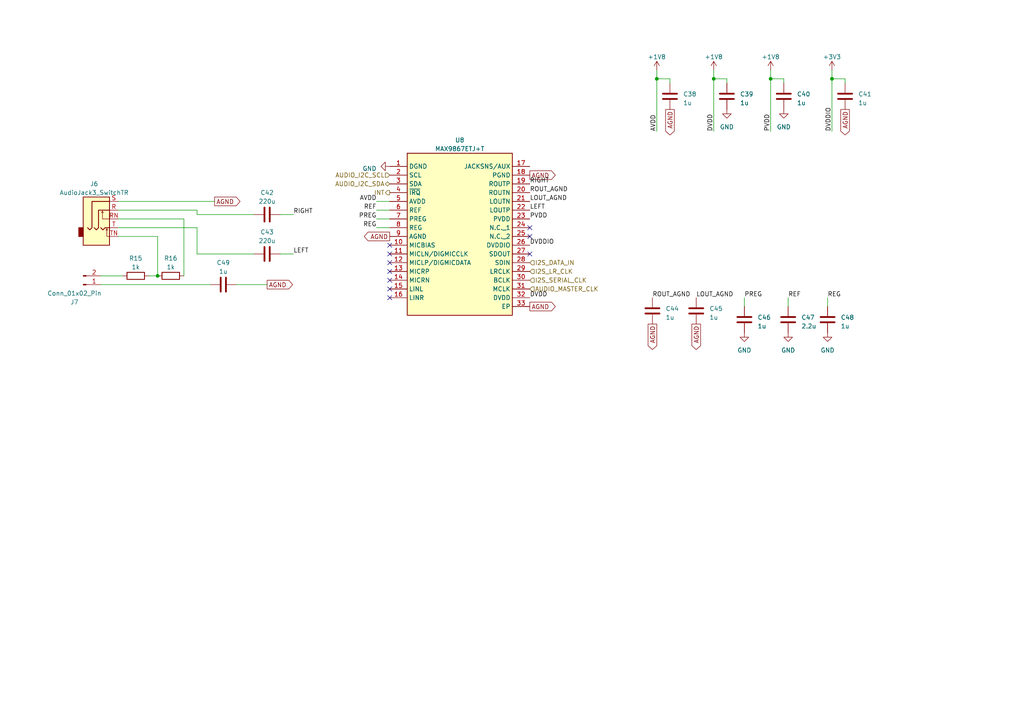
<source format=kicad_sch>
(kicad_sch (version 20230121) (generator eeschema)
  (paper "A4")
  (lib_symbols
    (symbol "Connector:Conn_01x02_Pin" (pin_names (offset 1.016) hide)
      (property "Reference" "J" (at 0 2.54 0))
      (property "Value" "Conn_01x02_Pin" (at 0 -5.08 0))
      (symbol "Conn_01x02_Pin_1_1"
        (polyline (pts (xy 1.27 -2.54) (xy 0.8636 -2.54)) (stroke (width 0.1524)))
        (polyline (pts (xy 1.27 0) (xy 0.8636 0)) (stroke (width 0.1524)))
        (rectangle (start 0.8636 -2.413) (end 0 -2.667) (stroke (width 0.1524)) (fill (type outline)))
        (rectangle (start 0.8636 0.127) (end 0 -0.127) (stroke (width 0.1524)) (fill (type outline)))
        (pin passive line (at 5.08 0 180) (length 3.81) (name "Pin_1") (number "1"))
        (pin passive line (at 5.08 -2.54 180) (length 3.81) (name "Pin_2") (number "2"))
      )
    )
    (symbol "Connector_Audio:AudioJack3_SwitchTR"
      (property "Reference" "J" (at 0 8.89 0))
      (property "Value" "AudioJack3_SwitchTR" (at 0 6.35 0))
      (symbol "AudioJack3_SwitchTR_0_1"
        (rectangle (start -5.08 -5.08) (end -6.35 -7.62) (stroke (width 0.254)) (fill (type outline)))
        (polyline (pts (xy 0.508 -0.254) (xy 0.762 -0.762)))
        (polyline (pts (xy 1.778 -5.334) (xy 2.032 -5.842)))
        (polyline (pts (xy 0 -5.08) (xy 0.635 -5.715) (xy 1.27 -5.08) (xy 2.54 -5.08)) (stroke (width 0.254)))
        (polyline (pts (xy 2.54 -7.62) (xy 1.778 -7.62) (xy 1.778 -5.334) (xy 1.524 -5.842)))
        (polyline (pts (xy 2.54 -2.54) (xy 0.508 -2.54) (xy 0.508 -0.254) (xy 0.254 -0.762)))
        (polyline (pts (xy -1.905 -5.08) (xy -1.27 -5.715) (xy -0.635 -5.08) (xy -0.635 0) (xy 2.54 0)) (stroke (width 0.254)))
        (polyline (pts (xy 2.54 2.54) (xy -2.54 2.54) (xy -2.54 -5.08) (xy -3.175 -5.715) (xy -3.81 -5.08)) (stroke (width 0.254)))
        (rectangle (start 2.54 3.81) (end -5.08 -10.16) (stroke (width 0.254)) (fill (type background)))
      )
      (symbol "AudioJack3_SwitchTR_1_1"
        (pin passive line (at 5.08 0 180) (length 2.54) (name "~") (number "R"))
        (pin passive line (at 5.08 -2.54 180) (length 2.54) (name "~") (number "RN"))
        (pin passive line (at 5.08 2.54 180) (length 2.54) (name "~") (number "S"))
        (pin passive line (at 5.08 -5.08 180) (length 2.54) (name "~") (number "T"))
        (pin passive line (at 5.08 -7.62 180) (length 2.54) (name "~") (number "TN"))
      )
    )
    (symbol "Device:C" (pin_numbers hide) (pin_names (offset 0.254))
      (property "Reference" "C" (at 0.635 2.54 0))
      (property "Value" "C" (at 0.635 -2.54 0))
      (symbol "C_0_1"
        (polyline (pts (xy -2.032 -0.762) (xy 2.032 -0.762)) (stroke (width 0.508)))
        (polyline (pts (xy -2.032 0.762) (xy 2.032 0.762)) (stroke (width 0.508)))
      )
      (symbol "C_1_1"
        (pin passive line (at 0 3.81 270) (length 2.794) (name "~") (number "1"))
        (pin passive line (at 0 -3.81 90) (length 2.794) (name "~") (number "2"))
      )
    )
    (symbol "Device:R" (pin_numbers hide) (pin_names (offset 0))
      (property "Reference" "R" (at 2.032 0 90))
      (property "Value" "R" (at 0 0 90))
      (symbol "R_0_1"
        (rectangle (start -1.016 -2.54) (end 1.016 2.54) (stroke (width 0.254)))
      )
      (symbol "R_1_1"
        (pin passive line (at 0 3.81 270) (length 1.27) (name "~") (number "1"))
        (pin passive line (at 0 -3.81 90) (length 1.27) (name "~") (number "2"))
      )
    )
    (symbol "MAX9867ETJ+T:MAX9867ETJ+T"
      (property "Reference" "U" (at -16.51 24.13 0))
      (property "Value" "MAX9867ETJ+T" (at -16.51 21.59 0))
      (symbol "MAX9867ETJ+T_1_1"
        (rectangle (start -16.51 17.78) (end 13.97 -29.21) (stroke (width 0.254)) (fill (type background)))
        (pin passive line (at -21.59 13.97 0) (length 5.08) (name "DGND") (number "1"))
        (pin passive line (at -21.59 -8.89 0) (length 5.08) (name "MICBIAS") (number "10"))
        (pin passive line (at -21.59 -11.43 0) (length 5.08) (name "MICLN/DIGMICCLK") (number "11"))
        (pin passive line (at -21.59 -13.97 0) (length 5.08) (name "MICLP/DIGMICDATA") (number "12"))
        (pin passive line (at -21.59 -16.51 0) (length 5.08) (name "MICRP") (number "13"))
        (pin passive line (at -21.59 -19.05 0) (length 5.08) (name "MICRN") (number "14"))
        (pin passive line (at -21.59 -21.59 0) (length 5.08) (name "LINL") (number "15"))
        (pin passive line (at -21.59 -24.13 0) (length 5.08) (name "LINR") (number "16"))
        (pin passive line (at 19.05 13.97 180) (length 5.08) (name "JACKSNS/AUX") (number "17"))
        (pin passive line (at 19.05 11.43 180) (length 5.08) (name "PGND") (number "18"))
        (pin passive line (at 19.05 8.89 180) (length 5.08) (name "ROUTP") (number "19"))
        (pin passive line (at -21.59 11.43 0) (length 5.08) (name "SCL") (number "2"))
        (pin passive line (at 19.05 6.35 180) (length 5.08) (name "ROUTN") (number "20"))
        (pin passive line (at 19.05 3.81 180) (length 5.08) (name "LOUTN") (number "21"))
        (pin passive line (at 19.05 1.27 180) (length 5.08) (name "LOUTP") (number "22"))
        (pin passive line (at 19.05 -1.27 180) (length 5.08) (name "PVDD") (number "23"))
        (pin passive line (at 19.05 -3.81 180) (length 5.08) (name "N.C._1") (number "24"))
        (pin passive line (at 19.05 -6.35 180) (length 5.08) (name "N.C._2") (number "25"))
        (pin passive line (at 19.05 -8.89 180) (length 5.08) (name "DVDDIO") (number "26"))
        (pin passive line (at 19.05 -11.43 180) (length 5.08) (name "SDOUT") (number "27"))
        (pin passive line (at 19.05 -13.97 180) (length 5.08) (name "SDIN") (number "28"))
        (pin passive line (at 19.05 -16.51 180) (length 5.08) (name "LRCLK") (number "29"))
        (pin passive line (at -21.59 8.89 0) (length 5.08) (name "SDA") (number "3"))
        (pin passive line (at 19.05 -19.05 180) (length 5.08) (name "BCLK") (number "30"))
        (pin passive line (at 19.05 -21.59 180) (length 5.08) (name "MCLK") (number "31"))
        (pin passive line (at 19.05 -24.13 180) (length 5.08) (name "DVDD") (number "32"))
        (pin passive line (at 19.05 -26.67 180) (length 5.08) (name "EP") (number "33"))
        (pin passive line (at -21.59 6.35 0) (length 5.08) (name "~{IRQ}") (number "4"))
        (pin passive line (at -21.59 3.81 0) (length 5.08) (name "AVDD") (number "5"))
        (pin passive line (at -21.59 1.27 0) (length 5.08) (name "REF") (number "6"))
        (pin passive line (at -21.59 -1.27 0) (length 5.08) (name "PREG") (number "7"))
        (pin passive line (at -21.59 -3.81 0) (length 5.08) (name "REG") (number "8"))
        (pin passive line (at -21.59 -6.35 0) (length 5.08) (name "AGND") (number "9"))
      )
    )
    (symbol "power:+1V8" (power) (pin_names (offset 0))
      (property "Value" "+1V8" (at 0 3.556 0))
      (symbol "+1V8_0_1"
        (polyline (pts (xy -0.762 1.27) (xy 0 2.54)))
        (polyline (pts (xy 0 0) (xy 0 2.54)))
        (polyline (pts (xy 0 2.54) (xy 0.762 1.27)))
      )
      (symbol "+1V8_1_1"
        (pin power_in line (at 0 0 90) (length 0) hide (name "+1V8") (number "1"))
      )
    )
    (symbol "power:+3V3" (power) (pin_names (offset 0))
      (property "Value" "+3V3" (at 0 3.556 0))
      (symbol "+3V3_0_1"
        (polyline (pts (xy -0.762 1.27) (xy 0 2.54)))
        (polyline (pts (xy 0 0) (xy 0 2.54)))
        (polyline (pts (xy 0 2.54) (xy 0.762 1.27)))
      )
      (symbol "+3V3_1_1"
        (pin power_in line (at 0 0 90) (length 0) hide (name "+3V3") (number "1"))
      )
    )
    (symbol "power:GND" (power) (pin_names (offset 0))
      (property "Value" "GND" (at 0 -3.81 0))
      (symbol "GND_0_1"
        (polyline (pts (xy 0 0) (xy 0 -1.27) (xy 1.27 -1.27) (xy 0 -2.54) (xy -1.27 -1.27) (xy 0 -1.27)))
      )
      (symbol "GND_1_1"
        (pin power_in line (at 0 0 270) (length 0) hide (name "GND") (number "1"))
      )
    )
  )
  (junction (at 223.52 22.86))
  (junction (at 190.5 22.86))
  (junction (at 45.72 80.01))
  (junction (at 241.3 22.86))
  (junction (at 207.01 22.86))
  (no_connect (at 113.03 83.82))
  (no_connect (at 113.03 81.28))
  (no_connect (at 153.67 73.66))
  (no_connect (at 153.67 66.04))
  (no_connect (at 113.03 78.74))
  (no_connect (at 153.67 68.58))
  (no_connect (at 113.03 76.2))
  (no_connect (at 113.03 71.12))
  (no_connect (at 113.03 86.36))
  (no_connect (at 113.03 73.66))
  (wire (pts (xy 223.52 22.86) (xy 227.33 22.86)))
  (wire (pts (xy 207.01 22.86) (xy 207.01 38.1)))
  (wire (pts (xy 53.34 63.5) (xy 53.34 80.01)))
  (wire (pts (xy 210.82 22.86) (xy 210.82 24.13)))
  (wire (pts (xy 29.21 80.01) (xy 35.56 80.01)))
  (wire (pts (xy 194.31 22.86) (xy 194.31 24.13)))
  (wire (pts (xy 29.21 82.55) (xy 60.96 82.55)))
  (wire (pts (xy 207.01 20.32) (xy 207.01 22.86)))
  (wire (pts (xy 109.22 58.42) (xy 113.03 58.42)))
  (wire (pts (xy 207.01 22.86) (xy 210.82 22.86)))
  (wire (pts (xy 81.28 73.66) (xy 85.09 73.66)))
  (wire (pts (xy 43.18 80.01) (xy 45.72 80.01)))
  (wire (pts (xy 215.9 86.36) (xy 215.9 88.9)))
  (wire (pts (xy 190.5 22.86) (xy 190.5 38.1)))
  (wire (pts (xy 45.72 68.58) (xy 45.72 80.01)))
  (wire (pts (xy 241.3 20.32) (xy 241.3 22.86)))
  (wire (pts (xy 34.29 58.42) (xy 62.23 58.42)))
  (wire (pts (xy 227.33 22.86) (xy 227.33 24.13)))
  (wire (pts (xy 109.22 60.96) (xy 113.03 60.96)))
  (wire (pts (xy 240.03 86.36) (xy 240.03 88.9)))
  (wire (pts (xy 57.15 62.23) (xy 73.66 62.23)))
  (wire (pts (xy 190.5 20.32) (xy 190.5 22.86)))
  (wire (pts (xy 34.29 68.58) (xy 45.72 68.58)))
  (wire (pts (xy 57.15 73.66) (xy 73.66 73.66)))
  (wire (pts (xy 223.52 22.86) (xy 223.52 38.1)))
  (wire (pts (xy 57.15 60.96) (xy 34.29 60.96)))
  (wire (pts (xy 241.3 22.86) (xy 245.11 22.86)))
  (wire (pts (xy 57.15 66.04) (xy 34.29 66.04)))
  (wire (pts (xy 228.6 86.36) (xy 228.6 88.9)))
  (wire (pts (xy 245.11 22.86) (xy 245.11 24.13)))
  (wire (pts (xy 241.3 22.86) (xy 241.3 38.1)))
  (wire (pts (xy 223.52 20.32) (xy 223.52 22.86)))
  (wire (pts (xy 57.15 73.66) (xy 57.15 66.04)))
  (wire (pts (xy 190.5 22.86) (xy 194.31 22.86)))
  (wire (pts (xy 109.22 66.04) (xy 113.03 66.04)))
  (wire (pts (xy 109.22 63.5) (xy 113.03 63.5)))
  (wire (pts (xy 34.29 63.5) (xy 53.34 63.5)))
  (wire (pts (xy 68.58 82.55) (xy 77.47 82.55)))
  (wire (pts (xy 57.15 62.23) (xy 57.15 60.96)))
  (wire (pts (xy 81.28 62.23) (xy 85.09 62.23)))
  (label "DVDD" (at 153.67 86.36 0))
  (label "AVDD" (at 190.5 38.1 90))
  (label "REF" (at 228.6 86.36 0))
  (label "REG" (at 240.03 86.36 0))
  (label "PREG" (at 215.9 86.36 0))
  (label "DVDD" (at 207.01 38.1 90))
  (label "LEFT" (at 153.67 60.96 0))
  (label "ROUT_AGND" (at 189.23 86.36 0))
  (label "LOUT_AGND" (at 153.67 58.42 0))
  (label "RIGHT" (at 85.09 62.23 0))
  (label "PVDD" (at 223.52 38.1 90))
  (label "REF" (at 109.22 60.96 180))
  (label "DVDDIO" (at 241.3 38.1 90))
  (label "LEFT" (at 85.09 73.66 0))
  (label "REG" (at 109.22 66.04 180))
  (label "LOUT_AGND" (at 201.93 86.36 0))
  (label "RIGHT" (at 153.67 53.34 0))
  (label "PVDD" (at 153.67 63.5 0))
  (label "ROUT_AGND" (at 153.67 55.88 0))
  (label "PREG" (at 109.22 63.5 180))
  (label "AVDD" (at 109.22 58.42 180))
  (label "DVDDIO" (at 153.67 71.12 0))
  (global_label "AGND" (shape output) (at 189.23 93.98 270) (property "Intersheetrefs" "${INTERSHEET_REFS}" (effects hide)))
  (global_label "AGND" (shape output) (at 153.67 50.8 0) (property "Intersheetrefs" "${INTERSHEET_REFS}" (effects hide)))
  (global_label "AGND" (shape output) (at 113.03 68.58 180) (property "Intersheetrefs" "${INTERSHEET_REFS}" (effects hide)))
  (global_label "AGND" (shape output) (at 153.67 88.9 0) (property "Intersheetrefs" "${INTERSHEET_REFS}" (effects hide)))
  (global_label "AGND" (shape output) (at 194.31 31.75 270) (property "Intersheetrefs" "${INTERSHEET_REFS}" (effects hide)))
  (global_label "AGND" (shape output) (at 77.47 82.55 0) (property "Intersheetrefs" "${INTERSHEET_REFS}" (effects hide)))
  (global_label "AGND" (shape output) (at 62.23 58.42 0) (property "Intersheetrefs" "${INTERSHEET_REFS}" (effects hide)))
  (global_label "AGND" (shape output) (at 201.93 93.98 270) (property "Intersheetrefs" "${INTERSHEET_REFS}" (effects hide)))
  (global_label "AGND" (shape output) (at 245.11 31.75 270) (property "Intersheetrefs" "${INTERSHEET_REFS}" (effects hide)))
  (hierarchical_label "INT" (shape output) (at 113.03 55.88 180))
  (hierarchical_label "I2S_DATA_IN" (shape input) (at 153.67 76.2 0))
  (hierarchical_label "I2S_LR_CLK" (shape input) (at 153.67 78.74 0))
  (hierarchical_label "AUDIO_MASTER_CLK" (shape input) (at 153.67 83.82 0))
  (hierarchical_label "AUDIO_I2C_SCL" (shape input) (at 113.03 50.8 180))
  (hierarchical_label "AUDIO_I2C_SDA" (shape bidirectional) (at 113.03 53.34 180))
  (hierarchical_label "I2S_SERIAL_CLK" (shape input) (at 153.67 81.28 0))
  (symbol (lib_id "Device:C") (at 64.77 82.55 90) (unit 1)
    (property "Reference" "C49" (at 64.77 76.2 90))
    (property "Value" "1u" (at 64.77 78.74 90))
    (property "Footprint" "Capacitor_SMD:C_0603_1608Metric" (effects hide))
  )
  (symbol (lib_id "Device:C") (at 189.23 90.17 0) (unit 1)
    (property "Reference" "C44" (at 193.04 89.535 0) (effects (justify left)))
    (property "Value" "1u" (at 193.04 92.075 0) (effects (justify left)))
    (property "Footprint" "Capacitor_SMD:C_0603_1608Metric" (effects hide))
  )
  (symbol (lib_id "Device:C") (at 240.03 92.71 0) (unit 1)
    (property "Reference" "C48" (at 243.84 92.075 0) (effects (justify left)))
    (property "Value" "1u" (at 243.84 94.615 0) (effects (justify left)))
    (property "Footprint" "Capacitor_SMD:C_0603_1608Metric" (effects hide))
  )
  (symbol (lib_id "Device:C") (at 77.47 62.23 90) (unit 1)
    (property "Reference" "C42" (at 77.47 55.88 90))
    (property "Value" "220u" (at 77.47 58.42 90))
    (property "Footprint" "Capacitor_SMD:C_0805_2012Metric" (effects hide))
  )
  (symbol (lib_id "power:GND") (at 240.03 96.52 0) (unit 1)
    (property "Reference" "#PWR0146" (effects hide))
    (property "Value" "GND" (at 240.03 101.6 0))
  )
  (symbol (lib_id "MAX9867ETJ+T:MAX9867ETJ+T") (at 134.62 62.23 0) (unit 1)
    (property "Reference" "U8" (at 133.35 40.64 0))
    (property "Value" "MAX9867ETJ+T" (at 133.35 43.18 0))
    (property "Footprint" "max:QFN50P500X500X80-33N" (effects hide))
    (property "Datasheet" "https://datasheets.maximintegrated.com/en/ds/MAX9867.pdf" (effects hide))
    (property "Height" "0.8" (effects hide))
    (property "Manufacturer_Name" "Analog Devices" (effects hide))
    (property "Manufacturer_Part_Number" "MAX9867ETJ+T" (effects hide))
    (property "Mouser Part Number" "700-MAX9867ETJT" (effects hide))
    (property "Mouser Price/Stock" "https://www.mouser.co.uk/ProductDetail/Maxim-Integrated/MAX9867ETJ%2bT?qs=7H2Jq%252ByxpJInRbuh%252BD9zcw%3D%3D" (effects hide))
    (property "Arrow Part Number" "MAX9867ETJ+T" (effects hide))
    (property "Arrow Price/Stock" "https://www.arrow.com/en/products/max9867etjt/maxim-integrated?region=nac" (effects hide))
  )
  (symbol (lib_id "Device:C") (at 228.6 92.71 0) (unit 1)
    (property "Reference" "C47" (at 232.41 92.075 0) (effects (justify left)))
    (property "Value" "2.2u" (at 232.41 94.615 0) (effects (justify left)))
    (property "Footprint" "Capacitor_SMD:C_0805_2012Metric" (effects hide))
  )
  (symbol (lib_id "Device:R") (at 39.37 80.01 90) (unit 1)
    (property "Reference" "R15" (at 39.37 74.93 90))
    (property "Value" "1k" (at 39.37 77.47 90))
    (property "Footprint" "Resistor_THT:R_Axial_DIN0204_L3.6mm_D1.6mm_P7.62mm_Horizontal" (effects hide))
  )
  (symbol (lib_id "Device:C") (at 194.31 27.94 0) (unit 1)
    (property "Reference" "C38" (at 198.12 27.305 0) (effects (justify left)))
    (property "Value" "1u" (at 198.12 29.845 0) (effects (justify left)))
    (property "Footprint" "Capacitor_SMD:C_0603_1608Metric" (effects hide))
  )
  (symbol (lib_id "Device:C") (at 210.82 27.94 0) (unit 1)
    (property "Reference" "C39" (at 214.63 27.305 0) (effects (justify left)))
    (property "Value" "1u" (at 214.63 29.845 0) (effects (justify left)))
    (property "Footprint" "Capacitor_SMD:C_0603_1608Metric" (effects hide))
  )
  (symbol (lib_id "Device:C") (at 227.33 27.94 0) (unit 1)
    (property "Reference" "C40" (at 231.14 27.305 0) (effects (justify left)))
    (property "Value" "1u" (at 231.14 29.845 0) (effects (justify left)))
    (property "Footprint" "Capacitor_SMD:C_0603_1608Metric" (effects hide))
  )
  (symbol (lib_id "power:GND") (at 227.33 31.75 0) (unit 1)
    (property "Reference" "#PWR0142" (effects hide))
    (property "Value" "GND" (at 227.33 36.83 0))
  )
  (symbol (lib_id "Device:C") (at 201.93 90.17 0) (unit 1)
    (property "Reference" "C45" (at 205.74 89.535 0) (effects (justify left)))
    (property "Value" "1u" (at 205.74 92.075 0) (effects (justify left)))
    (property "Footprint" "Capacitor_SMD:C_0603_1608Metric" (effects hide))
  )
  (symbol (lib_id "power:GND") (at 210.82 31.75 0) (unit 1)
    (property "Reference" "#PWR0141" (effects hide))
    (property "Value" "GND" (at 210.82 36.83 0))
  )
  (symbol (lib_id "Device:C") (at 245.11 27.94 0) (unit 1)
    (property "Reference" "C41" (at 248.92 27.305 0) (effects (justify left)))
    (property "Value" "1u" (at 248.92 29.845 0) (effects (justify left)))
    (property "Footprint" "Capacitor_SMD:C_0603_1608Metric" (effects hide))
  )
  (symbol (lib_id "Device:C") (at 215.9 92.71 0) (unit 1)
    (property "Reference" "C46" (at 219.71 92.075 0) (effects (justify left)))
    (property "Value" "1u" (at 219.71 94.615 0) (effects (justify left)))
    (property "Footprint" "Capacitor_SMD:C_0603_1608Metric" (effects hide))
  )
  (symbol (lib_id "Connector:Conn_01x02_Pin") (at 24.13 82.55 0) (mirror x) (unit 1)
    (property "Reference" "J7" (at 21.59 87.63 0))
    (property "Value" "Conn_01x02_Pin" (at 21.59 85.09 0))
    (property "Footprint" "Connector_JST:JST_PH_S2B-PH-K_1x02_P2.00mm_Horizontal" (effects hide))
  )
  (symbol (lib_id "Device:C") (at 77.47 73.66 90) (unit 1)
    (property "Reference" "C43" (at 77.47 67.31 90))
    (property "Value" "220u" (at 77.47 69.85 90))
    (property "Footprint" "Capacitor_SMD:C_0805_2012Metric" (effects hide))
  )
  (symbol (lib_id "power:GND") (at 113.03 48.26 270) (unit 1)
    (property "Reference" "#PWR0143" (effects hide))
    (property "Value" "GND" (at 109.22 48.895 90) (effects (justify right)))
  )
  (symbol (lib_id "power:GND") (at 215.9 96.52 0) (unit 1)
    (property "Reference" "#PWR0144" (effects hide))
    (property "Value" "GND" (at 215.9 101.6 0))
  )
  (symbol (lib_id "power:GND") (at 228.6 96.52 0) (unit 1)
    (property "Reference" "#PWR0145" (effects hide))
    (property "Value" "GND" (at 228.6 101.6 0))
  )
  (symbol (lib_id "Connector_Audio:AudioJack3_SwitchTR") (at 29.21 60.96 0) (unit 1)
    (property "Reference" "J6" (at 27.305 53.34 0))
    (property "Value" "AudioJack3_SwitchTR" (at 27.305 55.88 0))
    (property "Footprint" "Connector_Audio:Jack_3.5mm_CUI_SJ1-3535NG_Horizontal_CircularHoles" (effects hide))
  )
  (symbol (lib_id "power:+3V3") (at 241.3 20.32 0) (unit 1)
    (property "Reference" "#PWR0140" (effects hide))
    (property "Value" "+3V3" (at 241.3 16.51 0))
  )
  (symbol (lib_id "power:+1V8") (at 223.52 20.32 0) (unit 1)
    (property "Reference" "#PWR0139" (effects hide))
    (property "Value" "+1V8" (at 223.52 16.51 0))
  )
  (symbol (lib_id "Device:R") (at 49.53 80.01 90) (unit 1)
    (property "Reference" "R16" (at 49.53 74.93 90))
    (property "Value" "1k" (at 49.53 77.47 90))
    (property "Footprint" "Resistor_THT:R_Axial_DIN0204_L3.6mm_D1.6mm_P7.62mm_Horizontal" (effects hide))
  )
  (symbol (lib_id "power:+1V8") (at 190.5 20.32 0) (unit 1)
    (property "Reference" "#PWR0137" (effects hide))
    (property "Value" "+1V8" (at 190.5 16.51 0))
  )
  (symbol (lib_id "power:+1V8") (at 207.01 20.32 0) (unit 1)
    (property "Reference" "#PWR0138" (effects hide))
    (property "Value" "+1V8" (at 207.01 16.51 0))
  )
)
</source>
